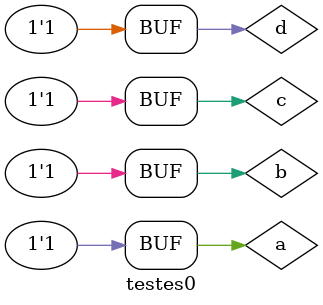
<source format=v>


 
module s0Karnaugh (s0,a,b,c,d);
output s0;
input a,b,c,d;
wire t1,t2,t3,t4,t5,t,t7,t8;

and AND1 (t1,~a,~b,~c,d);
and AND2 (t2,~a,~b,c,~d);
and AND3 (t3,~a,b,~c,~d);
and AND4 (t4,a,~b,~c,~d);
and AND5 (t5,a,~b,c,d);
and AND6 (t6,a,b,~c,d);
and AND7 (t7,~a,b,c,d);
and AND8 (t8,a,b,c,~d);

or OR1 (s0,t1,t2,t3,t4,t5,t6,t7,t8); 





endmodule //fim s0Karnaugh

module testes0;

wire s0;
reg a,b,c,d;

//-- inicio teste mapa de s0

s0Karnaugh Teste (s0,a,b,c,d);

 initial begin
 	   $display("\nAlvaro Henrique - 395487 \n");
      $display("\na  b   c   d  s0\n");
      $monitor("%b  %b   %b   %b  %b", a, b, c, d, s0);
  
	     a=0; b=0; c=0; d=0;  
    #1  a=0; b=0; c=0; d=1;
    #1  a=0; b=0; c=1; d=0;
    #1  a=0; b=0; c=1; d=1;
    #1  a=0; b=1; c=0; d=0;
 	 #1  a=0; b=1; c=0; d=1;
    #1  a=0; b=1; c=1; d=0;
    #1  a=0; b=1; c=1; d=1;
    #1  a=1; b=0; c=0; d=0;
    #1  a=1; b=0; c=0; d=1;
    #1  a=1; b=0; c=1; d=0;
    #1  a=1; b=0; c=1; d=1;
    #1  a=1; b=1; c=0; d=0;
    #1  a=1; b=1; c=0; d=1;
    #1  a=1; b=1; c=1; d=0;
    #1  a=1; b=1; c=1; d=1;


        
    end
    endmodule


</source>
